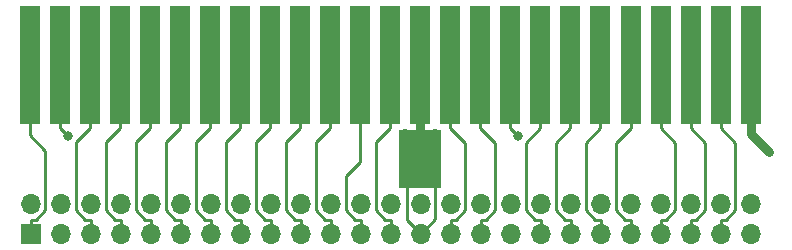
<source format=gbr>
%TF.GenerationSoftware,KiCad,Pcbnew,(6.0.0)*%
%TF.CreationDate,2022-11-25T01:18:30+00:00*%
%TF.ProjectId,CPC464-2MINI-EDGE,43504334-3634-42d3-924d-494e492d4544,rev?*%
%TF.SameCoordinates,Original*%
%TF.FileFunction,Copper,L1,Top*%
%TF.FilePolarity,Positive*%
%FSLAX46Y46*%
G04 Gerber Fmt 4.6, Leading zero omitted, Abs format (unit mm)*
G04 Created by KiCad (PCBNEW (6.0.0)) date 2022-11-25 01:18:30*
%MOMM*%
%LPD*%
G01*
G04 APERTURE LIST*
%TA.AperFunction,ComponentPad*%
%ADD10R,1.700000X1.700000*%
%TD*%
%TA.AperFunction,ComponentPad*%
%ADD11O,1.700000X1.700000*%
%TD*%
%TA.AperFunction,ConnectorPad*%
%ADD12R,1.800000X10.000000*%
%TD*%
%TA.AperFunction,ViaPad*%
%ADD13C,0.800000*%
%TD*%
%TA.AperFunction,Conductor*%
%ADD14C,0.762000*%
%TD*%
%TA.AperFunction,Conductor*%
%ADD15C,0.250000*%
%TD*%
G04 APERTURE END LIST*
D10*
%TO.P,PL2,1,Pin_1*%
%TO.N,SOUND*%
X192384600Y-62743000D03*
D11*
%TO.P,PL2,2,Pin_2*%
%TO.N,GND*%
X192384600Y-60203000D03*
%TO.P,PL2,3,Pin_3*%
%TO.N,/A15*%
X194924600Y-62743000D03*
%TO.P,PL2,4,Pin_4*%
%TO.N,/A14*%
X194924600Y-60203000D03*
%TO.P,PL2,5,Pin_5*%
%TO.N,/A13*%
X197464600Y-62743000D03*
%TO.P,PL2,6,Pin_6*%
%TO.N,/A12*%
X197464600Y-60203000D03*
%TO.P,PL2,7,Pin_7*%
%TO.N,/A11*%
X200004600Y-62743000D03*
%TO.P,PL2,8,Pin_8*%
%TO.N,/A10*%
X200004600Y-60203000D03*
%TO.P,PL2,9,Pin_9*%
%TO.N,/A9*%
X202544600Y-62743000D03*
%TO.P,PL2,10,Pin_10*%
%TO.N,/A8*%
X202544600Y-60203000D03*
%TO.P,PL2,11,Pin_11*%
%TO.N,/A7*%
X205084600Y-62743000D03*
%TO.P,PL2,12,Pin_12*%
%TO.N,/A6*%
X205084600Y-60203000D03*
%TO.P,PL2,13,Pin_13*%
%TO.N,/A5*%
X207624600Y-62743000D03*
%TO.P,PL2,14,Pin_14*%
%TO.N,/A4*%
X207624600Y-60203000D03*
%TO.P,PL2,15,Pin_15*%
%TO.N,/A3*%
X210164600Y-62743000D03*
%TO.P,PL2,16,Pin_16*%
%TO.N,/A2*%
X210164600Y-60203000D03*
%TO.P,PL2,17,Pin_17*%
%TO.N,/A1*%
X212704600Y-62743000D03*
%TO.P,PL2,18,Pin_18*%
%TO.N,/A0*%
X212704600Y-60203000D03*
%TO.P,PL2,19,Pin_19*%
%TO.N,/D7*%
X215244600Y-62743000D03*
%TO.P,PL2,20,Pin_20*%
%TO.N,/D6*%
X215244600Y-60203000D03*
%TO.P,PL2,21,Pin_21*%
%TO.N,/D5*%
X217784600Y-62743000D03*
%TO.P,PL2,22,Pin_22*%
%TO.N,/D4*%
X217784600Y-60203000D03*
%TO.P,PL2,23,Pin_23*%
%TO.N,/D3*%
X220324600Y-62743000D03*
%TO.P,PL2,24,Pin_24*%
%TO.N,/D2*%
X220324600Y-60203000D03*
%TO.P,PL2,25,Pin_25*%
%TO.N,/D1*%
X222864600Y-62743000D03*
%TO.P,PL2,26,Pin_26*%
%TO.N,/D0*%
X222864600Y-60203000D03*
%TO.P,PL2,27,Pin_27*%
%TO.N,+5V*%
X225404600Y-62743000D03*
%TO.P,PL2,28,Pin_28*%
%TO.N,MREQ*%
X225404600Y-60203000D03*
%TO.P,PL2,29,Pin_29*%
%TO.N,M1*%
X227944600Y-62743000D03*
%TO.P,PL2,30,Pin_30*%
%TO.N,RFSH*%
X227944600Y-60203000D03*
%TO.P,PL2,31,Pin_31*%
%TO.N,IORQ*%
X230484600Y-62743000D03*
%TO.P,PL2,32,Pin_32*%
%TO.N,RD*%
X230484600Y-60203000D03*
%TO.P,PL2,33,Pin_33*%
%TO.N,WR*%
X233024600Y-62743000D03*
%TO.P,PL2,34,Pin_34*%
%TO.N,HALT*%
X233024600Y-60203000D03*
%TO.P,PL2,35,Pin_35*%
%TO.N,INT*%
X235564600Y-62743000D03*
%TO.P,PL2,36,Pin_36*%
%TO.N,NMI*%
X235564600Y-60203000D03*
%TO.P,PL2,37,Pin_37*%
%TO.N,BUSRQ*%
X238104600Y-62743000D03*
%TO.P,PL2,38,Pin_38*%
%TO.N,BUSAK*%
X238104600Y-60203000D03*
%TO.P,PL2,39,Pin_39*%
%TO.N,READY*%
X240644600Y-62743000D03*
%TO.P,PL2,40,Pin_40*%
%TO.N,BUS*%
X240644600Y-60203000D03*
%TO.P,PL2,41,Pin_41*%
%TO.N,RESET*%
X243184600Y-62743000D03*
%TO.P,PL2,42,Pin_42*%
%TO.N,ROMEN*%
X243184600Y-60203000D03*
%TO.P,PL2,43,Pin_43*%
%TO.N,ROMDIS*%
X245724600Y-62743000D03*
%TO.P,PL2,44,Pin_44*%
%TO.N,RAMRD*%
X245724600Y-60203000D03*
%TO.P,PL2,45,Pin_45*%
%TO.N,RAMDIS*%
X248264600Y-62743000D03*
%TO.P,PL2,46,Pin_46*%
%TO.N,CURSOR*%
X248264600Y-60203000D03*
%TO.P,PL2,47,Pin_47*%
%TO.N,LPEN*%
X250804600Y-62743000D03*
%TO.P,PL2,48,Pin_48*%
%TO.N,EXP*%
X250804600Y-60203000D03*
%TO.P,PL2,49,Pin_49*%
%TO.N,GND*%
X253344600Y-62743000D03*
%TO.P,PL2,50,Pin_50*%
%TO.N,A100*%
X253344600Y-60203000D03*
%TD*%
D12*
%TO.P,PL3,1,Pin_1*%
%TO.N,SOUND*%
X192296200Y-48412400D03*
%TO.P,PL3,3,Pin_3*%
%TO.N,/A15*%
X194840568Y-48412400D03*
%TO.P,PL3,5,Pin_5*%
%TO.N,/A13*%
X197384937Y-48412400D03*
%TO.P,PL3,7,Pin_7*%
%TO.N,/A11*%
X199929305Y-48412400D03*
%TO.P,PL3,9,Pin_9*%
%TO.N,/A9*%
X202473674Y-48412400D03*
%TO.P,PL3,11,Pin_11*%
%TO.N,/A7*%
X205018042Y-48412400D03*
%TO.P,PL3,13,Pin_13*%
%TO.N,/A5*%
X207562411Y-48412400D03*
%TO.P,PL3,15,Pin_15*%
%TO.N,/A3*%
X210106779Y-48412400D03*
%TO.P,PL3,17,Pin_17*%
%TO.N,/A1*%
X212651147Y-48412400D03*
%TO.P,PL3,19,Pin_19*%
%TO.N,/D7*%
X215195516Y-48412400D03*
%TO.P,PL3,21,Pin_21*%
%TO.N,/D5*%
X217739884Y-48412400D03*
%TO.P,PL3,23,Pin_23*%
%TO.N,/D3*%
X220284253Y-48412400D03*
%TO.P,PL3,25,Pin_25*%
%TO.N,/D1*%
X222828621Y-48412400D03*
%TO.P,PL3,27,Pin_27*%
%TO.N,+5V*%
X225372989Y-48412400D03*
%TO.P,PL3,29,Pin_29*%
%TO.N,M1*%
X227917358Y-48412400D03*
%TO.P,PL3,31,Pin_31*%
%TO.N,IORQ*%
X230461726Y-48412400D03*
%TO.P,PL3,33,Pin_33*%
%TO.N,WR*%
X233006095Y-48412400D03*
%TO.P,PL3,35,Pin_35*%
%TO.N,INT*%
X235550463Y-48412400D03*
%TO.P,PL3,37,Pin_37*%
%TO.N,BUSRQ*%
X238094832Y-48412400D03*
%TO.P,PL3,39,Pin_39*%
%TO.N,READY*%
X240639200Y-48412400D03*
%TO.P,PL3,41,Pin_41*%
%TO.N,RESET*%
X243183568Y-48412400D03*
%TO.P,PL3,43,Pin_43*%
%TO.N,ROMDIS*%
X245727200Y-48412400D03*
%TO.P,PL3,45,Pin_45*%
%TO.N,RAMDIS*%
X248277200Y-48412400D03*
%TO.P,PL3,47,Pin_47*%
%TO.N,LPEN*%
X250817200Y-48412400D03*
%TO.P,PL3,49,Pin_49*%
%TO.N,GND*%
X253357200Y-48412400D03*
%TD*%
D13*
%TO.N,GND*%
X254914000Y-55829200D03*
%TO.N,/A15*%
X195539900Y-54487200D03*
%TO.N,WR*%
X233672600Y-54454400D03*
%TD*%
D14*
%TO.N,+5V*%
X225373000Y-48412400D02*
X225373000Y-56615400D01*
D15*
X225400000Y-56642000D02*
X225989500Y-57231700D01*
X225405000Y-62743000D02*
X224230000Y-61568500D01*
X226669600Y-57911800D02*
X226669600Y-61478400D01*
X224230000Y-57811500D02*
X225095000Y-56946800D01*
X225989500Y-57231700D02*
X225989300Y-57231700D01*
X226669600Y-61478400D02*
X225405000Y-62743000D01*
X225989500Y-57231700D02*
X226669600Y-57911800D01*
X225989300Y-57231700D02*
X225373000Y-56615400D01*
X224230000Y-61568500D02*
X224230000Y-57811500D01*
X225404600Y-62743000D02*
X225405000Y-62743000D01*
D14*
%TO.N,GND*%
X253357000Y-48412400D02*
X253357000Y-54272000D01*
X253357000Y-54272000D02*
X254914000Y-55829200D01*
D15*
X253357200Y-48412400D02*
X253357000Y-48412400D01*
%TO.N,SOUND*%
X193610100Y-55693000D02*
X193610100Y-60751700D01*
X192844300Y-61517500D02*
X192384600Y-61517500D01*
X192296200Y-54379100D02*
X193610100Y-55693000D01*
X193610100Y-60751700D02*
X192844300Y-61517500D01*
X192296200Y-48412400D02*
X192296200Y-54379100D01*
X192384600Y-62743000D02*
X192384600Y-61517500D01*
%TO.N,/A15*%
X194840600Y-48412400D02*
X194840600Y-53787900D01*
X194840600Y-53787900D02*
X195539900Y-54487200D01*
%TO.N,/A13*%
X197464600Y-61517500D02*
X197004900Y-61517500D01*
X197384900Y-48412400D02*
X197384900Y-53787900D01*
X196239100Y-60751700D02*
X196239100Y-54933700D01*
X197464600Y-62743000D02*
X197464600Y-61517500D01*
X197004900Y-61517500D02*
X196239100Y-60751700D01*
X196239100Y-54933700D02*
X197384900Y-53787900D01*
%TO.N,/A11*%
X199929300Y-53787900D02*
X198779100Y-54938100D01*
X200004600Y-62743000D02*
X200004600Y-61517500D01*
X199929300Y-48412400D02*
X199929300Y-53787900D01*
X198779100Y-54938100D02*
X198779100Y-60751700D01*
X199544900Y-61517500D02*
X200004600Y-61517500D01*
X198779100Y-60751700D02*
X199544900Y-61517500D01*
%TO.N,/A9*%
X202544600Y-62743000D02*
X202544600Y-61517500D01*
X201319100Y-60751700D02*
X202084900Y-61517500D01*
X202084900Y-61517500D02*
X202544600Y-61517500D01*
X202473700Y-53787900D02*
X201319100Y-54942500D01*
X201319100Y-54942500D02*
X201319100Y-60751700D01*
X202473700Y-48412400D02*
X202473700Y-53787900D01*
%TO.N,/A7*%
X203859100Y-54946800D02*
X205018000Y-53787900D01*
X205018000Y-48412400D02*
X205018000Y-53787900D01*
X205084600Y-62743000D02*
X205084600Y-61517500D01*
X205084600Y-61517500D02*
X204624900Y-61517500D01*
X203859100Y-60751700D02*
X203859100Y-54946800D01*
X204624900Y-61517500D02*
X203859100Y-60751700D01*
%TO.N,/A5*%
X207624600Y-62743000D02*
X207624600Y-61517500D01*
X206399100Y-60751700D02*
X207164900Y-61517500D01*
X207164900Y-61517500D02*
X207624600Y-61517500D01*
X206399100Y-54951200D02*
X206399100Y-60751700D01*
X207562400Y-48412400D02*
X207562400Y-53787900D01*
X207562400Y-53787900D02*
X206399100Y-54951200D01*
%TO.N,/A3*%
X209704900Y-61517500D02*
X210164600Y-61517500D01*
X210106800Y-48412400D02*
X210106800Y-53787900D01*
X210106800Y-53787900D02*
X208939100Y-54955600D01*
X210164600Y-62743000D02*
X210164600Y-61517500D01*
X208939100Y-60751700D02*
X209704900Y-61517500D01*
X208939100Y-54955600D02*
X208939100Y-60751700D01*
%TO.N,/A1*%
X212704600Y-61517500D02*
X212244900Y-61517500D01*
X212244900Y-61517500D02*
X211479100Y-60751700D01*
X211479100Y-60751700D02*
X211479100Y-54959900D01*
X212704600Y-62743000D02*
X212704600Y-61517500D01*
X211479100Y-54959900D02*
X212651100Y-53787900D01*
X212651100Y-48412400D02*
X212651100Y-53787900D01*
%TO.N,/D7*%
X215195500Y-53787900D02*
X214019100Y-54964300D01*
X214784900Y-61517500D02*
X215244600Y-61517500D01*
X215195500Y-48412400D02*
X215195500Y-53787900D01*
X214019100Y-60751700D02*
X214784900Y-61517500D01*
X215244600Y-62743000D02*
X215244600Y-61517500D01*
X214019100Y-54964300D02*
X214019100Y-60751700D01*
%TO.N,/D5*%
X217784600Y-62743000D02*
X217784600Y-61517500D01*
X217784600Y-61517500D02*
X217324900Y-61517500D01*
X216559100Y-54968700D02*
X217739900Y-53787900D01*
X217324900Y-61517500D02*
X216559100Y-60751700D01*
X217739900Y-48412400D02*
X217739900Y-53787900D01*
X216559100Y-60751700D02*
X216559100Y-54968700D01*
%TO.N,/D3*%
X219864900Y-61517500D02*
X220324600Y-61517500D01*
X220284300Y-56611600D02*
X219099100Y-57796800D01*
X219099100Y-57796800D02*
X219099100Y-60751700D01*
X220324600Y-62743000D02*
X220324600Y-61517500D01*
X219099100Y-60751700D02*
X219864900Y-61517500D01*
X220284300Y-48412400D02*
X220284300Y-56611600D01*
%TO.N,/D1*%
X222828600Y-53787900D02*
X221639100Y-54977400D01*
X222864600Y-62743000D02*
X222864600Y-61517500D01*
X221639100Y-54977400D02*
X221639100Y-60751700D01*
X222828600Y-48412400D02*
X222828600Y-53787900D01*
X222404900Y-61517500D02*
X222864600Y-61517500D01*
X221639100Y-60751700D02*
X222404900Y-61517500D01*
%TO.N,M1*%
X229170100Y-55040600D02*
X229170100Y-60751700D01*
X227944600Y-62743000D02*
X227944600Y-61517500D01*
X228404300Y-61517500D02*
X227944600Y-61517500D01*
X227917400Y-53787900D02*
X229170100Y-55040600D01*
X227917400Y-48412400D02*
X227917400Y-53787900D01*
X229170100Y-60751700D02*
X228404300Y-61517500D01*
%TO.N,IORQ*%
X231710100Y-55036300D02*
X231710100Y-60751700D01*
X230461700Y-53787900D02*
X231710100Y-55036300D01*
X230461700Y-48412400D02*
X230461700Y-53787900D01*
X230944300Y-61517500D02*
X230484600Y-61517500D01*
X230484600Y-62743000D02*
X230484600Y-61517500D01*
X231710100Y-60751700D02*
X230944300Y-61517500D01*
%TO.N,WR*%
X233006100Y-48412400D02*
X233006100Y-53787900D01*
X233006100Y-53787900D02*
X233672600Y-54454400D01*
%TO.N,INT*%
X234339100Y-60751700D02*
X234339100Y-54999300D01*
X235550500Y-48412400D02*
X235550500Y-53787900D01*
X235104900Y-61517500D02*
X234339100Y-60751700D01*
X235564600Y-61517500D02*
X235104900Y-61517500D01*
X234339100Y-54999300D02*
X235550500Y-53787900D01*
X235564600Y-62743000D02*
X235564600Y-61517500D01*
%TO.N,BUSRQ*%
X238104600Y-62743000D02*
X238104600Y-61517500D01*
X236879100Y-55003600D02*
X236879100Y-60751700D01*
X237644900Y-61517500D02*
X238104600Y-61517500D01*
X238094800Y-53787900D02*
X236879100Y-55003600D01*
X238094800Y-48412400D02*
X238094800Y-53787900D01*
X236879100Y-60751700D02*
X237644900Y-61517500D01*
%TO.N,READY*%
X239419100Y-55008000D02*
X239419100Y-60751700D01*
X239419100Y-60751700D02*
X240184900Y-61517500D01*
X240184900Y-61517500D02*
X240644600Y-61517500D01*
X240639200Y-48412400D02*
X240639200Y-53787900D01*
X240639200Y-53787900D02*
X239419100Y-55008000D01*
X240644600Y-62743000D02*
X240644600Y-61517500D01*
%TO.N,RESET*%
X241959100Y-55012400D02*
X241959100Y-60751700D01*
X243184600Y-62743000D02*
X243184600Y-61517500D01*
X243183600Y-48412400D02*
X243183600Y-53787900D01*
X243183600Y-53787900D02*
X241959100Y-55012400D01*
X242724900Y-61517500D02*
X243184600Y-61517500D01*
X241959100Y-60751700D02*
X242724900Y-61517500D01*
%TO.N,ROMDIS*%
X245727200Y-53787900D02*
X246950100Y-55010800D01*
X246950100Y-55010800D02*
X246950100Y-60751700D01*
X246950100Y-60751700D02*
X246184300Y-61517500D01*
X245724600Y-62743000D02*
X245724600Y-61517500D01*
X246184300Y-61517500D02*
X245724600Y-61517500D01*
X245727200Y-48412400D02*
X245727200Y-53787900D01*
%TO.N,RAMDIS*%
X248277200Y-53787900D02*
X249490100Y-55000800D01*
X248277200Y-48412400D02*
X248277200Y-53787900D01*
X248724300Y-61517500D02*
X248264600Y-61517500D01*
X249490100Y-60751700D02*
X248724300Y-61517500D01*
X248264600Y-62743000D02*
X248264600Y-61517500D01*
X249490100Y-55000800D02*
X249490100Y-60751700D01*
%TO.N,LPEN*%
X252030100Y-55000800D02*
X252030100Y-60751700D01*
X250817200Y-53787900D02*
X252030100Y-55000800D01*
X250817200Y-48412400D02*
X250817200Y-53787900D01*
X252030100Y-60751700D02*
X251264300Y-61517500D01*
X250804600Y-62743000D02*
X250804600Y-61517500D01*
X251264300Y-61517500D02*
X250804600Y-61517500D01*
%TD*%
%TA.AperFunction,Conductor*%
%TO.N,+5V*%
G36*
X225626989Y-53902284D02*
G01*
X225631464Y-53917523D01*
X225632854Y-53918728D01*
X225640537Y-53920399D01*
X226317658Y-53920399D01*
X226324479Y-53920029D01*
X226375341Y-53914505D01*
X226390593Y-53910879D01*
X226511043Y-53865724D01*
X226526638Y-53857186D01*
X226569191Y-53825294D01*
X226635697Y-53800446D01*
X226705080Y-53815499D01*
X226720320Y-53825293D01*
X226745617Y-53844251D01*
X226770653Y-53863015D01*
X226907042Y-53914145D01*
X226969224Y-53920900D01*
X227051600Y-53920900D01*
X227119721Y-53940902D01*
X227166214Y-53994558D01*
X227177600Y-54046900D01*
X227177600Y-58751200D01*
X227157598Y-58819321D01*
X227103942Y-58865814D01*
X227051600Y-58877200D01*
X225719768Y-58877200D01*
X225697672Y-58875247D01*
X225537973Y-58846800D01*
X225537967Y-58846799D01*
X225532884Y-58845894D01*
X225459052Y-58844992D01*
X225314681Y-58843228D01*
X225314679Y-58843228D01*
X225309511Y-58843165D01*
X225099853Y-58875247D01*
X225096566Y-58875750D01*
X225077507Y-58877200D01*
X223696800Y-58877200D01*
X223628679Y-58857198D01*
X223582186Y-58803542D01*
X223570800Y-58751200D01*
X223570800Y-54046900D01*
X223590802Y-53978779D01*
X223644458Y-53932286D01*
X223696800Y-53920900D01*
X223776755Y-53920900D01*
X223838937Y-53914145D01*
X223975326Y-53863015D01*
X224025657Y-53825294D01*
X224092163Y-53800446D01*
X224161546Y-53815499D01*
X224176787Y-53825294D01*
X224219340Y-53857186D01*
X224234935Y-53865724D01*
X224355383Y-53910878D01*
X224370638Y-53914505D01*
X224421503Y-53920031D01*
X224428317Y-53920400D01*
X225100874Y-53920400D01*
X225116113Y-53915925D01*
X225117318Y-53914535D01*
X225118989Y-53906852D01*
X225118989Y-53797200D01*
X225626989Y-53797200D01*
X225626989Y-53902284D01*
G37*
%TD.AperFunction*%
%TD*%
M02*

</source>
